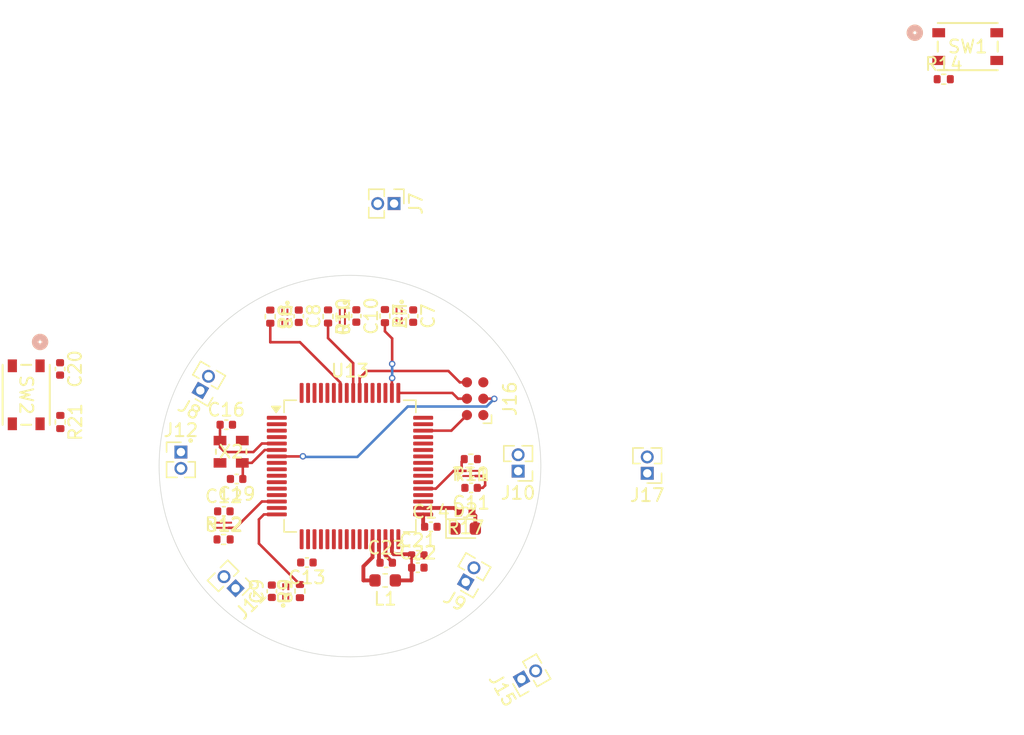
<source format=kicad_pcb>
(kicad_pcb (version 20240108) (generator "pcbnew") (generator_version "8.0")
  (layers (0 "F.Cu" signal) (1 "In1.Cu" power) (2 "In2.Cu" power) (31 "B.Cu" signal) (34 "B.Paste" user) (35 "F.Paste" user) (36 "B.SilkS" user "B.Silkscreen") (37 "F.SilkS" user "F.Silkscreen") (38 "B.Mask" user) (39 "F.Mask" user) (44 "Edge.Cuts" user))
  (net 0 "")
  (net 1 "/GND")
  (net 2 "/VDD")
  (net 3 "/RCC_OSC_IN")
  (net 4 "/RCC_OSC_OUT")
  (net 5 "/nRESET")
  (net 6 "Net-(J9-Pin_1)")
  (net 7 "Net-(D2-A)")
  (net 8 "/USART1_RX")
  (net 9 "/USART1_TX")
  (net 10 "/VLXSMPS")
  (net 11 "/TIM3_CH1")
  (net 12 "/TIM4_CH1")
  (net 13 "/TIM15_CH1")
  (net 14 "/TIM2_CH1")
  (net 15 "/TIM8_CH1")
  (net 16 "/TIM5_CH1")
  (net 17 "/BOOT0")
  (net 18 "/USER_LED")
  (net 19 "/SDA")
  (net 20 "/SCL")
  (net 21 "/SWDIO")
  (net 22 "Net-(J10-Pin_1)")
  (net 23 "Net-(J11-Pin_1)")
  (net 24 "Net-(J12-Pin_1)")
  (net 25 "Net-(J7-Pin_1)")
  (net 26 "/SWO")
  (net 27 "Net-(J8-Pin_1)")
  (net 28 "Net-(C21-Pad1)")
  (net 30 "/USB_DP")
  (net 33 "/SWCLK")
  (net 36 "/RCC_OSC32_OUT")
  (net 39 "/RCC_OSC32_IN")
  (net 44 "/USB_DN")
  (footprint "Connector_PinHeader_1.27mm:PinHeader_1x02_P1.27mm_Vertical" (layer "F.Cu") (at 172.935002 96.492915 150)
    (property "Reference" "J8" (at 0 -1.695 150) (layer "F.SilkS"))
    (property "Value" "Conn_01x02_Pin")
    (fp_line (start 1.110003 0.759998) (end 1.109998 1.965) (stroke (width 0.12)) (layer "F.SilkS"))
    (fp_line (start 0.563471 0.76) (end 1.110003 0.759998) (stroke (width 0.12)) (layer "F.SilkS"))
    (fp_line (start -1.110003 -0.759998) (end 0.000003 -0.760003) (stroke (width 0.12)) (layer "F.SilkS"))
    (fp_line (start 0.30753 1.964999) (end 1.109998 1.965) (stroke (width 0.12)) (layer "F.SilkS"))
    (fp_line (start -1.110002 0) (end -1.110003 -0.759998) (stroke (width 0.12)) (layer "F.SilkS"))
    (fp_line (start -1.109998 0.759997) (end -0.56347 0.759999) (stroke (width 0.12)) (layer "F.SilkS"))
    (fp_line (start -1.109998 0.759997) (end -1.109999 1.964999) (stroke (width 0.12)) (layer "F.SilkS"))
    (fp_line (start -1.109999 1.964999) (end -0.30753 1.965) (stroke (width 0.12)) (layer "F.SilkS"))
    (pad "1" thru_hole rect (at 0 0 150) (size 1 1) (drill 0.65) (layers "*.Cu" "*.Mask") (net 27 "Net-(J8-Pin_1)"))
    (pad "2" thru_hole oval (at 0 1.270001 150) (size 1 1) (drill 0.65) (layers "*.Cu" "*.Mask") (net 1 "/GND"))
  )
  (footprint "Resistor_SMD:R_0402_1005Metric" (layer "F.Cu") (at 193.49 105.950001 180)
    (property "Reference" "R17" (at 0 -1.17 0) (layer "F.SilkS"))
    (property "Value" "220R")
    (fp_line (start -0.153641 0.38) (end 0.153641 0.38) (stroke (width 0.12)) (layer "F.SilkS"))
    (fp_line (start -0.153641 -0.38) (end 0.153641 -0.38) (stroke (width 0.12)) (layer "F.SilkS"))
    (pad "1" smd roundrect (at -0.51 -0.000001 180) (size 0.54 0.64) (layers "F.Cu" "F.Paste" "F.Mask") (net 7 "Net-(D2-A)"))
    (pad "2" smd roundrect (at 0.51 0.000001 180) (size 0.54 0.64) (layers "F.Cu" "F.Paste" "F.Mask") (net 18 "/USER_LED"))
  )
  (footprint "Project_Work:X2SON4XP6XP6_NEX" (layer "F.Cu") (at 188.350001 90.701699 -90)
    (property "Reference" "U7" (at 0 0 -90) (layer "F.SilkS"))
    (property "Value" "74LVC1G14GX4Z")
    (fp_circle (center -1.0858 -0.2) (end -0.9842 -0.2) (stroke (width 0.1524)) (fill none) (layer "F.SilkS"))
    (pad "1" smd rect (at -0.3683 -0.2 270) (size 0.5334 0.1524) (layers "F.Cu" "F.Paste" "F.Mask") (net 6 "Net-(J9-Pin_1)"))
    (pad "2" smd rect (at -0.368301 0.199999 270) (size 0.5334 0.1524) (layers "F.Cu" "F.Paste" "F.Mask") (net 1 "/GND"))
    (pad "3" smd rect (at 0.3683 0.2 270) (size 0.5334 0.1524) (layers "F.Cu" "F.Paste" "F.Mask") (net 11 "/TIM3_CH1"))
    (pad "4" smd rect (at 0.368301 -0.199999 270) (size 0.5334 0.1524) (layers "F.Cu" "F.Paste" "F.Mask") (net 2 "/VDD"))
  )
  (footprint "Capacitor_SMD:C_0402_1005Metric" (layer "F.Cu") (at 178.48 112.07 90)
    (property "Reference" "C9" (at 0 -1.16 90) (layer "F.SilkS"))
    (property "Value" "50pF")
    (fp_line (start -0.107834 -0.359996) (end 0.107838 -0.36) (stroke (width 0.12)) (layer "F.SilkS"))
    (fp_line (start -0.107838 0.36) (end 0.107834 0.359996) (stroke (width 0.12)) (layer "F.SilkS"))
    (pad "1" smd roundrect (at -0.48 0 90) (size 0.56 0.62) (layers "F.Cu" "F.Paste" "F.Mask") (net 23 "Net-(J11-Pin_1)"))
    (pad "2" smd roundrect (at 0.48 0 90) (size 0.56 0.62) (layers "F.Cu" "F.Paste" "F.Mask") (net 1 "/GND"))
  )
  (footprint "Project_Work:X2SON4XP6XP6_NEX" (layer "F.Cu") (at 174.759997 106.950006)
    (property "Reference" "U12" (at 0 0 0) (layer "F.SilkS"))
    (property "Value" "74LVC1G14GX4Z")
    (fp_circle (center -1.0858 -0.2) (end -0.9842 -0.2) (stroke (width 0.1524)) (fill none) (layer "F.SilkS"))
    (pad "1" smd rect (at -0.3683 -0.2) (size 0.5334 0.1524) (layers "F.Cu" "F.Paste" "F.Mask") (net 27 "Net-(J8-Pin_1)"))
    (pad "2" smd rect (at -0.368301 0.199999) (size 0.5334 0.1524) (layers "F.Cu" "F.Paste" "F.Mask") (net 1 "/GND"))
    (pad "3" smd rect (at 0.3683 0.2) (size 0.5334 0.1524) (layers "F.Cu" "F.Paste" "F.Mask") (net 16 "/TIM5_CH1"))
    (pad "4" smd rect (at 0.368301 -0.199999) (size 0.5334 0.1524) (layers "F.Cu" "F.Paste" "F.Mask") (net 2 "/VDD"))
  )
  (footprint "Inductor_SMD:L_0603_1608Metric" (layer "F.Cu") (at 187.27 111.23 180)
    (property "Reference" "L1" (at 0 -1.429998 0) (layer "F.SilkS"))
    (property "Value" "2.2uH")
    (fp_line (start -0.162777 -0.51) (end 0.162779 -0.509999) (stroke (width 0.12)) (layer "F.SilkS"))
    (fp_line (start -0.162779 0.509999) (end 0.162777 0.51) (stroke (width 0.12)) (layer "F.SilkS"))
    (pad "1" smd roundrect (at -0.787502 -0.000001 180) (size 0.875 0.95) (layers "F.Cu" "F.Paste" "F.Mask") (net 28 "Net-(C21-Pad1)"))
    (pad "2" smd roundrect (at 0.787502 0.000001 180) (size 0.875 0.95) (layers "F.Cu" "F.Paste" "F.Mask") (net 10 "/VLXSMPS"))
  )
  (footprint "Connector_PinHeader_1.27mm:PinHeader_1x02_P1.27mm_Vertical" (layer "F.Cu") (at 175.66962 111.83962 -135)
    (property "Reference" "J11" (at 0 -1.695 45) (layer "F.SilkS"))
    (property "Value" "Conn_01x02_Pin")
    (fp_line (start 0.307531 1.965) (end 1.109999 1.965) (stroke (width 0.12)) (layer "F.SilkS"))
    (fp_line (start 1.110001 0.759998) (end 1.109999 1.965) (stroke (width 0.12)) (layer "F.SilkS"))
    (fp_line (start 0.563471 0.76) (end 1.110001 0.759998) (stroke (width 0.12)) (layer "F.SilkS"))
    (fp_line (start -1.109999 1.964999) (end -0.307531 1.965) (stroke (width 0.12)) (layer "F.SilkS"))
    (fp_line (start -1.109999 0.759999) (end -1.109999 1.964999) (stroke (width 0.12)) (layer "F.SilkS"))
    (fp_line (start -1.109999 0.759999) (end -0.56347 0.759999) (stroke (width 0.12)) (layer "F.SilkS"))
    (fp_line (start -1.110001 0) (end -1.110001 -0.759998) (stroke (width 0.12)) (layer "F.SilkS"))
    (fp_line (start -1.110001 -0.759998) (end 0.000001 -0.760002) (stroke (width 0.12)) (layer "F.SilkS"))
    (pad "1" thru_hole rect (at 0 0 225) (size 1 1) (drill 0.65) (layers "*.Cu" "*.Mask") (net 23 "Net-(J11-Pin_1)"))
    (pad "2" thru_hole oval (at 0 1.270001 225) (size 1 1) (drill 0.65) (layers "*.Cu" "*.Mask") (net 1 "/GND"))
  )
  (footprint "Resistor_SMD:R_0402_1005Metric" (layer "F.Cu") (at 187.25 90.721699 -90)
    (property "Reference" "R7" (at 0 -1.17 90) (layer "F.SilkS"))
    (property "Value" "200K")
    (fp_line (start -0.153639 0.379998) (end 0.153639 0.379998) (stroke (width 0.12)) (layer "F.SilkS"))
    (fp_line (start -0.153639 -0.379998) (end 0.153639 -0.379998) (stroke (width 0.12)) (layer "F.SilkS"))
    (pad "1" smd roundrect (at -0.51 -0.000001 270) (size 0.54 0.64) (layers "F.Cu" "F.Paste" "F.Mask") (net 6 "Net-(J9-Pin_1)"))
    (pad "2" smd roundrect (at 0.51 0.000001 270) (size 0.54 0.64) (layers "F.Cu" "F.Paste" "F.Mask") (net 11 "/TIM3_CH1"))
  )
  (footprint "Capacitor_SMD:C_0402_1005Metric" (layer "F.Cu") (at 185.029999 90.711699 -90)
    (property "Reference" "C10" (at 0 -1.16 90) (layer "F.SilkS"))
    (property "Value" "50pF")
    (fp_line (start -0.107838 0.36) (end 0.107834 0.359996) (stroke (width 0.12)) (layer "F.SilkS"))
    (fp_line (start -0.107834 -0.359996) (end 0.107838 -0.36) (stroke (width 0.12)) (layer "F.SilkS"))
    (pad "1" smd roundrect (at -0.48 0 270) (size 0.56 0.62) (layers "F.Cu" "F.Paste" "F.Mask") (net 24 "Net-(J12-Pin_1)"))
    (pad "2" smd roundrect (at 0.48 0 270) (size 0.56 0.62) (layers "F.Cu" "F.Paste" "F.Mask") (net 1 "/GND"))
  )
  (footprint "Capacitor_SMD:C_0402_1005Metric" (layer "F.Cu") (at 181.2 109.84 180)
    (property "Reference" "C13" (at 0 -1.16 0) (layer "F.SilkS"))
    (property "Value" "10uF")
    (fp_line (start -0.107834 -0.359998) (end 0.107838 -0.36) (stroke (width 0.12)) (layer "F.SilkS"))
    (fp_line (start -0.107838 0.36) (end 0.107834 0.359998) (stroke (width 0.12)) (layer "F.SilkS"))
    (pad "1" smd roundrect (at -0.48 0 180) (size 0.56 0.62) (layers "F.Cu" "F.Paste" "F.Mask") (net 2 "/VDD"))
    (pad "2" smd roundrect (at 0.48 0 180) (size 0.56 0.62) (layers "F.Cu" "F.Paste" "F.Mask") (net 1 "/GND"))
  )
  (footprint "Connector_PinHeader_1.27mm:PinHeader_1x02_P1.27mm_Vertical" (layer "F.Cu") (at 193.515002 111.352914 150)
    (property "Reference" "J9" (at 0 -1.695 150) (layer "F.SilkS"))
    (property "Value" "Conn_01x02_Pin")
    (fp_line (start 1.110003 0.759998) (end 1.109998 1.965) (stroke (width 0.12)) (layer "F.SilkS"))
    (fp_line (start 0.563471 0.76) (end 1.110003 0.759998) (stroke (width 0.12)) (layer "F.SilkS"))
    (fp_line (start -1.110003 -0.759998) (end 0.000003 -0.760003) (stroke (width 0.12)) (layer "F.SilkS"))
    (fp_line (start 0.30753 1.965) (end 1.109998 1.965) (stroke (width 0.12)) (layer "F.SilkS"))
    (fp_line (start -1.110001 0) (end -1.110003 -0.759998) (stroke (width 0.12)) (layer "F.SilkS"))
    (fp_line (start -1.109998 0.759997) (end -0.563471 0.76) (stroke (width 0.12)) (layer "F.SilkS"))
    (fp_line (start -1.109998 0.759997) (end -1.109999 1.964999) (stroke (width 0.12)) (layer "F.SilkS"))
    (fp_line (start -1.109999 1.964999) (end -0.30753 1.965) (stroke (width 0.12)) (layer "F.SilkS"))
    (pad "1" thru_hole rect (at 0 0 150) (size 1 1) (drill 0.65) (layers "*.Cu" "*.Mask") (net 6 "Net-(J9-Pin_1)"))
    (pad "2" thru_hole oval (at 0 1.270001 150) (size 1 1) (drill 0.65) (layers "*.Cu" "*.Mask") (net 1 "/GND"))
  )
  (footprint "Connector:Tag-Connect_TC2030-IDC-NL_2x03_P1.27mm_Vertical" (layer "F.Cu") (at 194.245 97.13 90)
    (property "Reference" "J16" (at -0.000002 2.699999 90) (layer "F.SilkS"))
    (property "Value" "SWD_TagConnect")
    (fp_line (start -1.27 1.269999) (end -1.905001 1.269999) (stroke (width 0.12)) (layer "F.SilkS"))
    (fp_line (start -1.905001 1.269999) (end -1.904998 0.634998) (stroke (width 0.12)) (layer "F.SilkS"))
    (pad "" np_thru_hole circle (at -2.540004 -0.000003 90) (size 0.9906 0.9906) (drill 0.9906) (layers "*.Cu" "*.Mask"))
    (pad "" np_thru_hole circle (at 2.54 -1.016001 90) (size 0.9906 0.9906) (drill 0.9906) (layers "*.Cu" "*.Mask"))
    (pad "" np_thru_hole circle (at 2.540001 1.016 90) (size 0.9906 0.9906) (drill 0.9906) (layers "*.Cu" "*.Mask"))
    (pad "1" connect circle (at -1.27 0.634999 90) (size 0.7874 0.7874) (layers "F.Cu" "F.Mask") (net 2 "/VDD"))
    (pad "2" connect circle (at -1.269999 -0.634997 90) (size 0.7874 0.7874) (layers "F.Cu" "F.Mask") (net 21 "/SWDIO"))
    (pad "3" connect circle (at 0 0.635 90) (size 0.7874 0.7874) (layers "F.Cu" "F.Mask") (net 5 "/nRESET"))
    (pad "4" connect circle (at 0 -0.635 90) (size 0.7874 0.7874) (layers "F.Cu" "F.Mask") (net 33 "/SWCLK"))
    (pad "5" connect circle (at 1.269999 0.634997 90) (size 0.7874 0.7874) (layers "F.Cu" "F.Mask") (net 1 "/GND"))
    (pad "6" connect circle (at 1.27 -0.634999 90) (size 0.7874 0.7874) (layers "F.Cu" "F.Mask") (net 26 "/SWO"))
  )
  (footprint "Capacitor_SMD:C_0402_1005Metric" (layer "F.Cu") (at 193.931699 104.049998 180)
    (property "Reference" "C11" (at 0 -1.16 0) (layer "F.SilkS"))
    (property "Value" "50pF")
    (fp_line (start -0.107834 -0.359996) (end 0.107838 -0.36) (stroke (width 0.12)) (layer "F.SilkS"))
    (fp_line (start -0.107838 0.36) (end 0.107834 0.359996) (stroke (width 0.12)) (layer "F.SilkS"))
    (pad "1" smd roundrect (at -0.48 0 180) (size 0.56 0.62) (layers "F.Cu" "F.Paste" "F.Mask") (net 25 "Net-(J7-Pin_1)"))
    (pad "2" smd roundrect (at 0.48 0 180) (size 0.56 0.62) (layers "F.Cu" "F.Paste" "F.Mask") (net 1 "/GND"))
  )
  (footprint "Capacitor_SMD:C_0402_1005Metric" (layer "F.Cu") (at 189.8 109.28)
    (property "Reference" "C21" (at 0 -1.16 0) (layer "F.SilkS"))
    (property "Value" "2.2uF")
    (fp_line (start -0.107836 -0.36) (end 0.107836 -0.36) (stroke (width 0.12)) (layer "F.SilkS"))
    (fp_line (start -0.107836 0.36) (end 0.107836 0.36) (stroke (width 0.12)) (layer "F.SilkS"))
    (pad "1" smd roundrect (at -0.48 0) (size 0.56 0.62) (layers "F.Cu" "F.Paste" "F.Mask") (net 28 "Net-(C21-Pad1)"))
    (pad "2" smd roundrect (at 0.48 0) (size 0.56 0.62) (layers "F.Cu" "F.Paste" "F.Mask") (net 1 "/GND"))
  )
  (footprint "Resistor_SMD:R_0402_1005Metric" (layer "F.Cu") (at 178.359999 90.761699 -90)
    (property "Reference" "R8" (at 0 -1.17 90) (layer "F.SilkS"))
    (property "Value" "200K")
    (fp_line (start -0.15364 0.38) (end 0.153641 0.379999) (stroke (width 0.12)) (layer "F.SilkS"))
    (fp_line (start -0.153641 -0.379999) (end 0.15364 -0.38) (stroke (width 0.12)) (layer "F.SilkS"))
    (pad "1" smd roundrect (at -0.51 -0.000001 270) (size 0.54 0.64) (layers "F.Cu" "F.Paste" "F.Mask") (net 22 "Net-(J10-Pin_1)"))
    (pad "2" smd roundrect (at 0.51 0.000001 270) (size 0.54 0.64) (layers "F.Cu" "F.Paste" "F.Mask") (net 12 "/TIM4_CH1"))
  )
  (footprint "Connector_PinHeader_1.27mm:PinHeader_1x02_P1.27mm_Vertical" (layer "F.Cu") (at 207.59 102.92 180)
    (property "Reference" "J17" (at 0 -1.695 0) (layer "F.SilkS"))
    (property "Value" "Conn_01x02_Pin")
    (fp_line (start 1.11 0.759998) (end 1.11 1.965001) (stroke (width 0.12)) (layer "F.SilkS"))
    (fp_line (start 0.563471 0.76) (end 1.11 0.759998) (stroke (width 0.12)) (layer "F.SilkS"))
    (fp_line (start 0.30753 1.965) (end 1.11 1.965001) (stroke (width 0.12)) (layer "F.SilkS"))
    (fp_line (start -1.109999 0.759999) (end -0.56347 0.76) (stroke (width 0.12)) (layer "F.SilkS"))
    (fp_line (start -1.109999 0.759999) (end -1.11 1.965001) (stroke (width 0.12)) (layer "F.SilkS"))
    (fp_line (start -1.109999 0) (end -1.11 -0.759998) (stroke (width 0.12)) (layer "F.SilkS"))
    (fp_line (start -1.11 1.965001) (end -0.30753 1.965) (stroke (width 0.12)) (layer "F.SilkS"))
    (fp_line (start -1.11 -0.759998) (end 0.000001 -0.76) (stroke (width 0.12)) (layer "F.SilkS"))
    (pad "1" thru_hole rect (at 0 0 180) (size 1 1) (drill 0.65) (layers "*.Cu" "*.Mask") (net 9 "/USART1_TX"))
    (pad "2" thru_hole oval (at 0.000001 1.269999 180) (size 1 1) (drill 0.65) (layers "*.Cu" "*.Mask") (net 8 "/USART1_RX"))
  )
  (footprint "Capacitor_SMD:C_0402_1005Metric" (layer "F.Cu") (at 174.76 105.87)
    (property "Reference" "C12" (at 0 -1.16 0) (layer "F.SilkS"))
    (property "Value" "50pF")
    (fp_line (start -0.107838 0.36) (end 0.107834 0.359996) (stroke (width 0.12)) (layer "F.SilkS"))
    (fp_line (start -0.107834 -0.359996) (end 0.107838 -0.36) (stroke (width 0.12)) (layer "F.SilkS"))
    (pad "1" smd roundrect (at -0.48 0) (size 0.56 0.62) (layers "F.Cu" "F.Paste" "F.Mask") (net 27 "Net-(J8-Pin_1)"))
    (pad "2" smd roundrect (at 0.48 0) (size 0.56 0.62) (layers "F.Cu" "F.Paste" "F.Mask") (net 1 "/GND"))
  )
  (footprint "Connector_PinHeader_1.27mm:PinHeader_1x02_P1.27mm_Vertical" (layer "F.Cu") (at 171.43 101.269999)
    (property "Reference" "J12" (at 0 -1.695 0) (layer "F.SilkS"))
    (property "Value" "Conn_01x02_Pin")
    (fp_line (start -1.11 -0.76) (end 0.000001 -0.76) (stroke (width 0.12)) (layer "F.SilkS"))
    (fp_line (start -1.11 0) (end -1.11 -0.76) (stroke (width 0.12)) (layer "F.SilkS"))
    (fp_line (start -1.11 0.76) (end -1.11 1.965) (stroke (width 0.12)) (layer "F.SilkS"))
    (fp_line (start -1.11 0.76) (end -0.56347 0.76) (stroke (width 0.12)) (layer "F.SilkS"))
    (fp_line (start -1.11 1.965) (end -0.30753 1.965) (stroke (width 0.12)) (layer "F.SilkS"))
    (fp_line (start 0.30753 1.964999) (end 1.11 1.965001) (stroke (width 0.12)) (layer "F.SilkS"))
    (fp_line (start 0.563471 0.76) (end 1.11 0.76) (stroke (width 0.12)) (layer "F.SilkS"))
    (fp_line (start 1.11 0.76) (end 1.11 1.965001) (stroke (width 0.12)) (layer "F.SilkS"))
    (pad "1" thru_hole rect (at 0 0) (size 1 1) (drill 0.65) (layers "*.Cu" "*.Mask") (net 24 "Net-(J12-Pin_1)"))
    (pad "2" thru_hole oval (at 0 1.270001) (size 1 1) (drill 0.65) (layers "*.Cu" "*.Mask") (net 1 "/GND"))
  )
  (footprint "Resistor_SMD:R_0402_1005Metric" (layer "F.Cu") (at 193.911701 101.819996 180)
    (property "Reference" "R11" (at 0 -1.17 0) (layer "F.SilkS"))
    (property "Value" "200K")
    (fp_line (start -0.153639 0.379999) (end 0.15364 0.379998) (stroke (width 0.12)) (layer "F.SilkS"))
    (fp_line (start -0.15364 -0.379998) (end 0.153639 -0.379999) (stroke (width 0.12)) (layer "F.SilkS"))
    (pad "1" smd roundrect (at -0.51 -0.000001 180) (size 0.54 0.64) (layers "F.Cu" "F.Paste" "F.Mask") (net 25 "Net-(J7-Pin_1)"))
    (pad "2" smd roundrect (at 0.51 0.000001 180) (size 0.54 0.64) (layers "F.Cu" "F.Paste" "F.Mask") (net 15 "/TIM8_CH1"))
  )
  (footprint "LED_SMD:LED_0603_1608Metric" (layer "F.Cu") (at 193.4725 107.210001)
    (property "Reference" "D2" (at 0 -1.43 0) (layer "F.SilkS"))
    (property "Value" "RED")
    (fp_line (start -1.485 -0.735) (end -1.485 0.735) (stroke (width 0.12)) (layer "F.SilkS"))
    (fp_line (start -1.485 0.735) (end 0.8 0.735) (stroke (width 0.12)) (layer "F.SilkS"))
    (fp_line (start 0.8 -0.735) (end -1.485 -0.735) (stroke (width 0.12)) (layer "F.SilkS"))
    (pad "1" smd roundrect (at -0.7875 0) (size 0.875 0.95) (layers "F.Cu" "F.Paste" "F.Mask") (net 1 "/GND"))
    (pad "2" smd roundrect (at 0.7875 0) (size 0.875 0.95) (layers "F.Cu" "F.Paste" "F.Mask") (net 7 "Net-(D2-A)"))
  )
  (footprint "Project_Work:X2SON4XP6XP6_NEX" (layer "F.Cu") (at 183.949998 90.763395 -90)
    (property "Reference" "U10" (at 0 0 -90) (layer "F.SilkS"))
    (property "Value" "74LVC1G14GX4Z")
    (fp_circle (center -1.0858 -0.2) (end -0.9842 -0.2) (stroke (width 0.1524)) (fill none) (layer "F.SilkS"))
    (pad "1" smd rect (at -0.3683 -0.2 270) (size 0.5334 0.1524) (layers "F.Cu" "F.Paste" "F.Mask") (net 24 "Net-(J12-Pin_1)"))
    (pad "2" smd rect (at -0.368301 0.199999 270) (size 0.5334 0.1524) (layers "F.Cu" "F.Paste" "F.Mask") (net 1 "/GND"))
    (pad "3" smd rect (at 0.3683 0.2 270) (size 0.5334 0.1524) (layers "F.Cu" "F.Paste" "F.Mask") (net 14 "/TIM2_CH1"))
    (pad "4" smd rect (at 0.368301 -0.199999 270) (size 0.5334 0.1524) (layers "F.Cu" "F.Paste" "F.Mask") (net 2 "/VDD"))
  )
  (footprint "Project_Work:X2SON4XP6XP6_NEX" (layer "F.Cu") (at 179.489998 90.781692 -90)
    (property "Reference" "U8" (at 0 0 -90) (layer "F.SilkS"))
    (property "Value" "74LVC1G14GX4Z")
    (fp_circle (center -1.0858 -0.2) (end -0.9842 -0.2) (stroke (width 0.1524)) (fill none) (layer "F.SilkS"))
    (pad "1" smd rect (at -0.3683 -0.2 270) (size 0.5334 0.1524) (layers "F.Cu" "F.Paste" "F.Mask") (net 22 "Net-(J10-Pin_1)"))
    (pad "2" smd rect (at -0.368301 0.199999 270) (size 0.5334 0.1524) (layers "F.Cu" "F.Paste" "F.Mask") (net 1 "/GND"))
    (pad "3" smd rect (at 0.3683 0.2 270) (size 0.5334 0.1524) (layers "F.Cu" "F.Paste" "F.Mask") (net 12 "/TIM4_CH1"))
    (pad "4" smd rect (at 0.368301 -0.199999 270) (size 0.5334 0.1524) (layers "F.Cu" "F.Paste" "F.Mask") (net 2 "/VDD"))
  )
  (footprint "Resistor_SMD:R_0402_1005Metric" (layer "F.Cu") (at 162.08 98.94 -90)
    (property "Reference" "R21" (at 0 -1.17 90) (layer "F.SilkS"))
    (property "Value" "4.7K")
    (fp_line (start -0.153641 0.379999) (end 0.15364 0.38) (stroke (width 0.12)) (layer "F.SilkS"))
    (fp_line (start -0.15364 -0.38) (end 0.153641 -0.379999) (stroke (width 0.12)) (layer "F.SilkS"))
    (pad "1" smd roundrect (at -0.51 -0.000001 270) (size 0.54 0.64) (layers "F.Cu" "F.Paste" "F.Mask") (net 2 "/VDD"))
    (pad "2" smd roundrect (at 0.51 0.000001 270) (size 0.54 0.64) (layers "F.Cu" "F.Paste" "F.Mask") (net 5 "/nRESET"))
  )
  (footprint "Connector_PinHeader_1.27mm:PinHeader_1x02_P1.27mm_Vertical" (layer "F.Cu") (at 197.580002 102.749999 180)
    (property "Reference" "J10" (at 0 -1.695 360) (layer "F.SilkS"))
    (property "Value" "Conn_01x02_Pin")
    (fp_line (start 1.110001 0.759998) (end 1.109999 1.965001) (stroke (width 0.12)) (layer "F.SilkS"))
    (fp_line (start 0.563471 0.76) (end 1.110001 0.759998) (stroke (width 0.12)) (layer "F.SilkS"))
    (fp_line (start 0.30753 1.965) (end 1.109999 1.965001) (stroke (width 0.12)) (layer "F.SilkS"))
    (fp_line (start -1.109998 0.759999) (end -0.563471 0.759999) (stroke (width 0.12)) (layer "F.SilkS"))
    (fp_line (start -1.109998 0.759999) (end -1.11 1.965001) (stroke (width 0.12)) (layer "F.SilkS"))
    (fp_line (start -1.109999 0) (end -1.110001 -0.759998) (stroke (width 0.12)) (layer "F.SilkS"))
    (fp_line (start -1.11 1.965001) (end -0.30753 1.965) (stroke (width 0.12)) (layer "F.SilkS"))
    (fp_line (start -1.110001 -0.759998) (end 0.000001 -0.760001) (stroke (width 0.12)) (layer "F.SilkS"))
    (pad "1" thru_hole rect (at 0 0 180) (size 1 1) (drill 0.65) (layers "*.Cu" "*.Mask") (net 22 "Net-(J10-Pin_1)"))
    (pad "2" thru_hole oval (at 0.000002 1.269999 180) (size 1 1) (drill 0.65) (layers "*.Cu" "*.Mask") (net 1 "/GND"))
  )
  (footprint "Capacitor_SMD:C_0402_1005Metric" (layer "F.Cu") (at 162.059999 94.82 -90)
    (property "Reference" "C20" (at 0 -1.16 90) (layer "F.SilkS"))
    (property "Value" "100nF")
    (fp_line (start -0.107838 0.36) (end 0.107834 0.359996) (stroke (width 0.12)) (layer "F.SilkS"))
    (fp_line (start -0.107834 -0.359996) (end 0.107838 -0.36) (stroke (width 0.12)) (layer "F.SilkS"))
    (pad "1" smd roundrect (at -0.48 0 270) (size 0.56 0.62) (layers "F.Cu" "F.Paste" "F.Mask") (net 5 "/nRESET"))
    (pad "2" smd roundrect (at 0.48 0 270) (size 0.56 0.62) (layers "F.Cu" "F.Paste" "F.Mask") (net 1 "/GND"))
  )
  (footprint "Resistor_SMD:R_0402_1005Metric" (layer "F.Cu") (at 182.839998 90.751693 -90)
    (property "Reference" "R10" (at 0 -1.17 90) (layer "F.SilkS"))
    (property "Value" "200K")
    (fp_line (start -0.153639 0.379998) (end 0.153639 0.379998) (stroke (width 0.12)) (layer "F.SilkS"))
    (fp_line (start -0.153639 -0.379998) (end 0.153639 -0.379998) (stroke (width 0.12)) (layer "F.SilkS"))
    (pad "1" smd roundrect (at -0.51 -0.000001 270) (size 0.54 0.64) (layers "F.Cu" "F.Paste" "F.Mask") (net 24 "Net-(J12-Pin_1)"))
    (pad "2" smd roundrect (at 0.51 0.000001 270) (size 0.54 0.64) (layers "F.Cu" "F.Paste" "F.Mask") (net 14 "/TIM2_CH1"))
  )
  (footprint "Resistor_SMD:R_0402_1005Metric" (layer "F.Cu") (at 230.580002 72.340002)
    (property "Reference" "R14" (at 0 -1.17 0) (layer "F.SilkS"))
    (property "Value" "10K")
    (fp_line (start -0.153641 -0.38) (end 0.153641 -0.38) (stroke (width 0.12)) (layer "F.SilkS"))
    (fp_line (start -0.153641 0.38) (end 0.153641 0.38) (stroke (width 0.12)) (layer "F.SilkS"))
    (pad "1" smd roundrect (at -0.51 0) (size 0.54 0.64) (layers "F.Cu" "F.Paste" "F.Mask") (net 1 "/GND"))
    (pad "2" smd roundrect (at 0.51 0) (size 0.54 0.64) (layers "F.Cu" "F.Paste" "F.Mask") (net 17 "/BOOT0"))
  )
  (footprint "Project_Work:SW4_PTS815 SJM 250 SMTR LFS_CNK" (layer "F.Cu") (at 159.434999 96.829999 -90)
    (property "Reference" "SW2" (at 0 0 -90) (layer "F.SilkS"))
    (property "Value" "SW_MEC_5E")
    (fp_circle (center -4.102098 -1.075001) (end -3.721097 -1.074999) (stroke (width 0.508)) (fill none) (layer "B.SilkS"))
    (fp_line (start -2.3241 1.8288) (end 2.324099 1.828803) (stroke (width 0.1524)) (layer "F.SilkS"))
    (fp_line (start 2.324099 0.386662) (end 2.324098 -0.386658) (stroke (width 0.1524)) (layer "F.SilkS"))
    (fp_line (start -2.324099 -0.386662) (end -2.324098 0.386658) (stroke (width 0.1524)) (layer "F.SilkS"))
    (fp_line (start 2.3241 -1.8288) (end -2.324099 -1.828803) (stroke (width 0.1524)) (layer "F.SilkS"))
    (fp_circle (center -4.102098 -1.075001) (end -3.721097 -1.074999) (stroke (width 0.508)) (fill none) (layer "F.SilkS"))
    (pad "1" smd rect (at -2.250001 -1.074999 270) (size 0.9906 0.7112) (layers "F.Cu" "F.Paste" "F.Mask") (net 1 "/GND"))
    (pad "2" smd rect (at 2.250002 -1.074999 270) (size 0.9906 0.7112) (layers "F.Cu" "F.Paste" "F.Mask") (net 1 "/GND"))
    (pad "3" smd rect (at -2.250002 1.074999 270) (size 0.9906 0.7112) (layers "F.Cu" "F.Paste" "F.Mask") (net 5 "/nRESET"))
    (pad "4" smd rect (at 2.250001 1.074999 270) (size 0.9906 0.7112) (layers "F.Cu" "F.Paste" "F.Mask") (net 5 "/nRESET"))
  )
  (footprint "Capacitor_SMD:C_0402_1005Metric" (layer "F.Cu") (at 189.439999 90.721699 -90)
    (property "Reference" "C7" (at 0 -1.16 90) (layer "F.SilkS"))
    (property "Value" "50pF")
    (fp_line (start -0.107838 0.36) (end 0.107833 0.359997) (stroke (width 0.12)) (layer "F.SilkS"))
    (fp_line (start -0.107833 -0.359997) (end 0.107838 -0.36) (stroke (width 0.12)) (layer "F.SilkS"))
    (pad "1" smd roundrect (at -0.48 0 270) (size 0.56 0.62) (layers "F.Cu" "F.Paste" "F.Mask") (net 6 "Net-(J9-Pin_1)"))
    (pad "2" smd roundrect (at 0.48 0 270) (size 0.56 0.62) (layers "F.Cu" "F.Paste" "F.Mask") (net 1 "/GND"))
  )
  (footprint "Resistor_SMD:R_0402_1005Metric" (layer "F.Cu") (at 180.66 112.060003 90)
    (property "Reference" "R9" (at 0 -1.17 90) (layer "F.SilkS"))
    (property "Value" "200K")
    (fp_line (start -0.15364 -0.38) (end 0.153641 -0.379999) (stroke (width 0.12)) (layer "F.SilkS"))
    (fp_line (start -0.153641 0.379999) (end 0.15364 0.38) (stroke (width 0.12)) (layer "F.SilkS"))
    (pad "1" smd roundrect (at -0.51 -0.000001 90) (size 0.54 0.64) (layers "F.Cu" "F.Paste" "F.Mask") (net 23 "Net-(J11-Pin_1)"))
    (pad "2" smd roundrect (at 0.51 0.000001 90) (size 0.54 0.64) (layers "F.Cu" "F.Paste" "F.Mask") (net 13 "/TIM15_CH1"))
  )
  (footprint "Resistor_SMD:R_0402_1005Metric" (layer "F.Cu") (at 174.74 108.05)
    (property "Reference" "R12" (at 0 -1.17 0) (layer "F.SilkS"))
    (property "Value" "200K")
    (fp_line (start -0.15364 0.379998) (end 0.153639 0.379999) (stroke (width 0.12)) (layer "F.SilkS"))
    (fp_line (start -0.153639 -0.379999) (end 0.15364 -0.379998) (stroke (width 0.12)) (layer "F.SilkS"))
    (pad "1" smd roundrect (at -0.51 -0.000001) (size 0.54 0.64) (layers "F.Cu" "F.Paste" "F.Mask") (net 27 "Net-(J8-Pin_1)"))
    (pad "2" smd roundrect (at 0.51 0.000001) (size 0.54 0.64) (layers "F.Cu" "F.Paste" "F.Mask") (net 16 "/TIM5_CH1"))
  )
  (footprint "Capacitor_SMD:C_0402_1005Metric" (layer "F.Cu") (at 187.35 109.86)
    (property "Reference" "C23" (at 0 -1.16 0) (layer "F.SilkS"))
    (property "Value" "10uF")
    (fp_line (start -0.107836 -0.36) (end 0.107836 -0.36) (stroke (width 0.12)) (layer "F.SilkS"))
    (fp_line (start -0.107836 0.36) (end 0.107836 0.36) (stroke (width 0.12)) (layer "F.SilkS"))
    (pad "1" smd roundrect (at -0.48 0) (size 0.56 0.62) (layers "F.Cu" "F.Paste" "F.Mask") (net 2 "/VDD"))
    (pad "2" smd roundrect (at 0.48 0) (size 0.56 0.62) (layers "F.Cu" "F.Paste" "F.Mask") (net 1 "/GND"))
  )
  (footprint "Project_Work:X2SON4XP6XP6_NEX" (layer "F.Cu") (at 179.560003 112.090003 90)
    (property "Reference" "U9" (at 0 0 90) (layer "F.SilkS"))
    (property "Value" "74LVC1G14GX4Z")
    (fp_circle (center -1.0858 -0.2) (end -0.9842 -0.2) (stroke (width 0.1524)) (fill none) (layer "F.SilkS"))
    (pad "1" smd rect (at -0.3683 -0.2 90) (size 0.5334 0.1524) (layers "F.Cu" "F.Paste" "F.Mask") (net 23 "Net-(J11-Pin_1)"))
    (pad "2" smd rect (at -0.368301 0.199999 90) (size 0.5334 0.1524) (layers "F.Cu" "F.Paste" "F.Mask") (net 1 "/GND"))
    (pad "3" smd rect (at 0.3683 0.2 90) (size 0.5334 0.1524) (layers "F.Cu" "F.Paste" "F.Mask") (net 13 "/TIM15_CH1"))
    (pad "4" smd rect (at 0.368301 -0.199999 90) (size 0.5334 0.1524) (layers "F.Cu" "F.Paste" "F.Mask") (net 2 "/VDD"))
  )
  (footprint "Connector_PinHeader_1.27mm:PinHeader_1x02_P1.27mm_Vertical" (layer "F.Cu") (at 187.96 81.990001 -90)
    (property "Reference" "J7" (at 0 -1.695 90) (layer "F.SilkS"))
    (property "Value" "Conn_01x02_Pin")
    (fp_line (start -1.11 1.965) (end -0.30753 1.965) (stroke (width 0.12)) (layer "F.SilkS"))
    (fp_line (start 0.30753 1.964999) (end 1.11 1.965001) (stroke (width 0.12)) (layer "F.SilkS"))
    (fp_line (start -1.11 0.76) (end -1.11 1.965) (stroke (width 0.12)) (layer "F.SilkS"))
    (fp_line (start -1.11 0.76) (end -0.56347 0.76) (stroke (width 0.12)) (layer "F.SilkS"))
    (fp_line (start 0.563471 0.76) (end 1.11 0.76) (stroke (width 0.12)) (layer "F.SilkS"))
    (fp_line (start 1.11 0.76) (end 1.11 1.965001) (stroke (width 0.12)) (layer "F.SilkS"))
    (fp_line (start -1.11 0) (end -1.11 -0.76) (stroke (width 0.12)) (layer "F.SilkS"))
    (fp_line (start -1.11 -0.76) (end 0.000001 -0.76) (stroke (width 0.12)) (layer "F.SilkS"))
    (pad "1" thru_hole rect (at 0 0 270) (size 1 1) (drill 0.65) (layers "*.Cu" "*.Mask") (net 25 "Net-(J7-Pin_1)"))
    (pad "2" thru_hole oval (at 0 1.270001 270) (size 1 1) (drill 0.65) (layers "*.Cu" "*.Mask") (net 1 "/GND"))
  )
  (footprint "Project_Work:X2SON4XP6XP6_NEX" (layer "F.Cu") (at 193.8917 102.93 180)
    (property "Reference" "U11" (at 0 0 180) (layer "F.SilkS"))
    (property "Value" "74LVC1G14GX4Z")
    (fp_circle (center -1.0858 -0.2) (end -0.9842 -0.2) (stroke (width 0.1524)) (fill none) (layer "F.SilkS"))
    (pad "1" smd rect (at -0.3683 -0.2 180) (size 0.5334 0.1524) (layers "F.Cu" "F.Paste" "F.Mask") (net 25 "Net-(J7-Pin_1)"))
    (pad "2" smd rect (at -0.368301 0.199999 180) (size 0.5334 0.1524) (layers "F.Cu" "F.Paste" "F.Mask") (net 1 "/GND"))
    (pad "3" smd rect (at 0.3683 0.2 180) (size 0.5334 0.1524) (layers "F.Cu" "F.Paste" "F.Mask") (net 15 "/TIM8_CH1"))
    (pad "4" smd rect (at 0.368301 -0.199999 180) (size 0.5334 0.1524) (layers "F.Cu" "F.Paste" "F.Mask") (net 2 "/VDD"))
  )
  (footprint "Project_Work:SW4_PTS815 SJM 250 SMTR LFS_CNK" (layer "F.Cu") (at 232.440002 69.810002)
    (property "Reference" "SW1" (at 0 0 0) (layer "F.SilkS"))
    (property "Value" "SW_MEC_5E")
    (fp_circle (center -4.1021 -1.075) (end -3.7211 -1.075) (stroke (width 0.508)) (fill none) (layer "B.SilkS"))
    (fp_line (start -2.3241 -0.386659) (end -2.3241 0.386659) (stroke (width 0.1524)) (layer "F.SilkS"))
    (fp_line (start -2.3241 1.8288) (end 2.3241 1.8288) (stroke (width 0.1524)) (layer "F.SilkS"))
    (fp_line (start 2.3241 -1.8288) (end -2.3241 -1.8288) (stroke (width 0.1524)) (layer "F.SilkS"))
    (fp_line (start 2.3241 0.386659) (end 2.3241 -0.386659) (stroke (width 0.1524)) (layer "F.SilkS"))
    (fp_circle (center -4.1021 -1.075) (end -3.7211 -1.075) (stroke (width 0.508)) (fill none) (layer "F.SilkS"))
    (pad "1" smd rect (at -2.250001 -1.074999) (size 0.9906 0.7112) (layers "F.Cu" "F.Paste" "F.Mask") (net 2 "/VDD"))
    (pad "2" smd rect (at 2.250001 -1.074999) (size 0.9906 0.7112) (layers "F.Cu" "F.Paste" "F.Mask") (net 2 "/VDD"))
    (pad "3" smd rect (at -2.250001 1.074999) (size 0.9906 0.7112) (layers "F.Cu" "F.Paste" "F.Mask") (net 1 "/GND"))
    (pad "4" smd rect (at 2.250001 1.074999) (size 0.9906 0.7112) (layers "F.Cu" "F.Paste" "F.Mask") (net 1 "/GND"))
  )
  (footprint "Project_Work:ECS-25MHz_XTAL" (layer "F.Cu") (at 175.3264 101.245)
    (property "Reference" "X2" (at 0 0 0) (layer "F.SilkS"))
    (property "Value" "Crystal_GND24")
    (fp_line (start -1.1811 -0.16396) (end -1.1811 0.16396) (stroke (width 0.1524)) (layer "F.SilkS"))
    (fp_line (start 1.1811 0.16396) (end 1.1811 -0.16396) (stroke (width 0.1524)) (layer "F.SilkS"))
    (fp_circle (center -3.1397 -0.865) (end -3.0381 -0.865) (stroke (width 0.1524)) (fill none) (layer "F.SilkS"))
    (pad "1" smd rect (at -0.863601 -0.865) (size 0.9906 0.7366) (layers "F.Cu" "F.Paste" "F.Mask") (net 3 "/RCC_OSC_IN"))
    (pad "2" smd rect (at -0.8636 0.865) (size 0.9906 0.7366) (layers "F.Cu" "F.Paste" "F.Mask") (net 1 "/GND"))
    (pad "3" smd rect (at 0.863601 0.865) (size 0.9906 0.7366) (layers "F.Cu" "F.Paste" "F.Mask") (net 4 "/RCC_OSC_OUT"))
    (pad "4" smd rect (at 0.8636 -0.865) (size 0.9906 0.7366) (layers "F.Cu" "F.Paste" "F.Mask") (net 1 "/GND"))
  )
  (footprint "Capacitor_SMD:C_0402_1005Metric" (layer "F.Cu") (at 189.8 110.24)
    (property "Reference" "C22" (at 0 -1.16 0) (layer "F.SilkS"))
    (property "Value" "2.2uF")
    (fp_line (start -0.107836 -0.36) (end 0.107836 -0.36) (stroke (width 0.12)) (layer "F.SilkS"))
    (fp_line (start -0.107836 0.36) (end 0.107836 0.36) (stroke (width 0.12)) (layer "F.SilkS"))
    (pad "1" smd roundrect (at -0.48 0) (size 0.56 0.62) (layers "F.Cu" "F.Paste" "F.Mask") (net 28 "Net-(C21-Pad1)"))
    (pad "2" smd roundrect (at 0.48 0) (size 0.56 0.62) (layers "F.Cu" "F.Paste" "F.Mask") (net 1 "/GND"))
  )
  (footprint "Package_QFP:LQFP-64_10x10mm_P0.5mm" (layer "F.Cu") (at 184.54 102.36)
    (property "Reference" "U13" (at 0 -7.4 0) (layer "F.SilkS"))
    (property "Value" "STM32U545RETxQ")
    (fp_line (start -5.11 -5.11) (end -5.11 -4.16) (stroke (width 0.12)) (layer "F.SilkS"))
    (fp_line (start -5.11 5.11) (end -5.11 4.16) (stroke (width 0.12)) (layer "F.SilkS"))
    (fp_line (start -4.16 -5.11) (end -5.11 -5.11) (stroke (width 0.12)) (layer "F.SilkS"))
    (fp_line (start -4.16 5.11) (end -5.11 5.11) (stroke (width 0.12)) (layer "F.SilkS"))
    (fp_line (start 4.16 -5.11) (end 5.11 -5.11) (stroke (width 0.12)) (layer "F.SilkS"))
    (fp_line (start 4.16 5.11) (end 5.11 5.11) (stroke (width 0.12)) (layer "F.SilkS"))
    (fp_line (start 5.11 -5.11) (end 5.11 -4.16) (stroke (width 0.12)) (layer "F.SilkS"))
    (fp_line (start 5.11 5.11) (end 5.11 4.16) (stroke (width 0.12)) (layer "F.SilkS"))
    (fp_poly (pts (xy -5.725 -4.16) (xy -6.065 -4.63) (xy -5.385 -4.63) (xy -5.725 -4.16)) (stroke (width 0.12)) (fill solid) (layer "F.SilkS"))
    (pad "1" smd roundrect (at -5.675 -3.75) (size 1.55 0.3) (layers "F.Cu" "F.Paste" "F.Mask") (net 2 "/VDD"))
    (pad "2" smd roundrect (at -5.675 -3.25) (size 1.55 0.3) (layers "F.Cu" "F.Paste" "F.Mask"))
    (pad "3" smd roundrect (at -5.675 -2.75) (size 1.55 0.3) (layers "F.Cu" "F.Paste" "F.Mask") (net 39 "/RCC_OSC32_IN"))
    (pad "4" smd roundrect (at -5.675 -2.25) (size 1.55 0.3) (layers "F.Cu" "F.Paste" "F.Mask") (net 36 "/RCC_OSC32_OUT"))
    (pad "5" smd roundrect (at -5.675 -1.75) (size 1.55 0.3) (layers "F.Cu" "F.Paste" "F.Mask") (net 3 "/RCC_OSC_IN"))
    (pad "6" smd roundrect (at -5.675 -1.25) (size 1.55 0.3) (layers "F.Cu" "F.Paste" "F.Mask") (net 4 "/RCC_OSC_OUT"))
    (pad "7" smd roundrect (at -5.675 -0.75) (size 1.55 0.3) (layers "F.Cu" "F.Paste" "F.Mask") (net 5 "/nRESET"))
    (pad "8" smd roundrect (at -5.675 -0.25) (size 1.55 0.3) (layers "F.Cu" "F.Paste" "F.Mask") (net 20 "/SCL"))
    (pad "9" smd roundrect (at -5.675 0.25) (size 1.55 0.3) (layers "F.Cu" "F.Paste" "F.Mask") (net 19 "/SDA"))
    (pad "10" smd roundrect (at -5.675 0.75) (size 1.55 0.3) (layers "F.Cu" "F.Paste" "F.Mask"))
    (pad "11" smd roundrect (at -5.675 1.25) (size 1.55 0.3) (layers "F.Cu" "F.Paste" "F.Mask"))
    (pad "12" smd roundrect (at -5.675 1.75) (size 1.55 0.3) (layers "F.Cu" "F.Paste" "F.Mask") (net 1 "/GND"))
    (pad "13" smd roundrect (at -5.675 2.25) (size 1.55 0.3) (layers "F.Cu" "F.Paste" "F.Mask") (net 2 "/VDD"))
    (pad "14" smd roundrect (at -5.675 2.75) (size 1.55 0.3) (layers "F.Cu" "F.Paste" "F.Mask") (net 16 "/TIM5_CH1"))
    (pad "15" smd roundrect (at -5.675 3.25) (size 1.55 0.3) (layers "F.Cu" "F.Paste" "F.Mask"))
    (pad "16" smd roundrect (at -5.675 3.75) (size 1.55 0.3) (layers "F.Cu" "F.Paste" "F.Mask") (net 13 "/TIM15_CH1"))
    (pad "17" smd roundrect (at -3.75 5.675) (size 0.3 1.55) (layers "F.Cu" "F.Paste" "F.Mask"))
    (pad "18" smd roundrect (at -3.25 5.675) (size 0.3 1.55) (layers "F.Cu" "F.Paste" "F.Mask") (net 1 "/GND"))
    (pad "19" smd roundrect (at -2.75 5.675) (size 0.3 1.55) (layers "F.Cu" "F.Paste" "F.Mask") (net 2 "/VDD"))
    (pad "20" smd roundrect (at -2.25 5.675) (size 0.3 1.55) (layers "F.Cu" "F.Paste" "F.Mask"))
    (pad "21" smd roundrect (at -1.75 5.675) (size 0.3 1.55) (layers "F.Cu" "F.Paste" "F.Mask"))
    (pad "22" smd roundrect (at -1.25 5.675) (size 0.3 1.55) (layers "F.Cu" "F.Paste" "F.Mask"))
    (pad "23" smd roundrect (at -0.75 5.675) (size 0.3 1.55) (layers "F.Cu" "F.Paste" "F.Mask"))
    (pad "24" smd roundrect (at -0.25 5.675) (size 0.3 1.55) (layers "F.Cu" "F.Paste" "F.Mask"))
    (pad "25" smd roundrect (at 0.25 5.675) (size 0.3 1.55) (layers "F.Cu" "F.Paste" "F.Mask"))
    (pad "26" smd roundrect (at 0.75 5.675) (size 0.3 1.55) (layers "F.Cu" "F.Paste" "F.Mask"))
    (pad "27" smd roundrect (at 1.25 5.675) (size 0.3 1.55) (layers "F.Cu" "F.Paste" "F.Mask"))
    (pad "28" smd roundrect (at 1.75 5.675) (size 0.3 1.55) (layers "F.Cu" "F.Paste" "F.Mask") (net 10 "/VLXSMPS"))
    (pad "29" smd roundrect (at 2.25 5.675) (size 0.3 1.55) (layers "F.Cu" "F.Paste" "F.Mask") (net 2 "/VDD"))
    (pad "30" smd roundrect (at 2.75 5.675) (size 0.3 1.55) (layers "F.Cu" "F.Paste" "F.Mask") (net 1 "/GND"))
    (pad "31" smd roundrect (at 3.25 5.675) (size 0.3 1.55) (layers "F.Cu" "F.Paste" "F.Mask") (net 28 "Net-(C21-Pad1)"))
    (pad "32" smd roundrect (at 3.75 5.675) (size 0.3 1.55) (layers "F.Cu" "F.Paste" "F.Mask") (net 1 "/GND"))
    (pad "33" smd roundrect (at 5.675 3.75) (size 1.55 0.3) (layers "F.Cu" "F.Paste" "F.Mask") (net 2 "/VDD"))
    (pad "34" smd roundrect (at 5.675 3.25) (size 1.55 0.3) (layers "F.Cu" "F.Paste" "F.Mask") (net 18 "/USER_LED"))
    (pad "35" smd roundrect (at 5.675 2.75) (size 1.55 0.3) (layers "F.Cu" "F.Paste" "F.Mask"))
    (pad "36" smd roundrect (at 5.675 2.25) (size 1.55 0.3) (layers "F.Cu" "F.Paste" "F.Mask"))
    (pad "37" smd roundrect (at 5.675 1.75) (size 1.55 0.3) (layers "F.Cu" "F.Paste" "F.Mask") (net 15 "/TIM8_CH1"))
    (pad "38" smd roundrect (at 5.675 1.25) (size 1.55 0.3) (layers "F.Cu" "F.Paste" "F.Mask"))
    (pad "39" smd roundrect (at 5.675 0.75) (size 1.55 0.3) (layers "F.Cu" "F.Paste" "F.Mask"))
    (pad "40" smd roundrect (at 5.675 0.25) (size 1.55 0.3) (layers "F.Cu" "F.Paste" "F.Mask"))
    (pad "41" smd roundrect (at 5.675 -0.25) (size 1.55 0.3) (layers "F.Cu" "F.Paste" "F.Mask"))
    (pad "42" smd roundrect (at 5.675 -0.75) (size 1.55 0.3) (layers "F.Cu" "F.Paste" "F.Mask") (net 9 "/USART1_TX"))
    (pad "43" smd roundrect (at 5.675 -1.25) (size 1.55 0.3) (layers "F.Cu" "F.Paste" "F.Mask") (net 8 "/USART1_RX"))
    (pad "44" smd roundrect (at 5.675 -1.75) (size 1.55 0.3) (layers "F.Cu" "F.Paste" "F.Mask") (net 44 "/USB_DN"))
    (pad "45" smd roundrect (at 5.675 -2.25) (size 1.55 0.3) (layers "F.Cu" "F.Paste" "F.Mask") (net 30 "/USB_DP"))
    (pad "46" smd roundrect (at 5.675 -2.75) (size 1.55 0.3) (layers "F.Cu" "F.Paste" "F.Mask") (net 21 "/SWDIO"))
    (pad "47" smd roundrect (at 5.675 -3.25) (size 1.55 0.3) (layers "F.Cu" "F.Paste" "F.Mask") (net 1 "/GND"))
    (pad "48" smd roundrect (at 5.675 -3.75) (size 1.55 0.3) (layers "F.Cu" "F.Paste" "F.Mask") (net 2 "/VDD"))
    (pad "49" smd roundrect (at 3.75 -5.675) (size 0.3 1.55) (layers "F.Cu" "F.Paste" "F.Mask") (net 33 "/SWCLK"))
    (pad "50" smd roundrect (at 3.25 -5.675) (size 0.3 1.55) (layers "F.Cu" "F.Paste" "F.Mask") (net 11 "/TIM3_CH1"))
    (pad "51" smd roundrect (at 2.75 -5.675) (size 0.3 1.55) (layers "F.Cu" "F.Paste" "F.Mask"))
    (pad "52" smd roundrect (at 2.25 -5.675) (size 0.3 1.55) (layers "F.Cu" "F.Paste" "F.Mask"))
    (pad "53" smd roundrect (at 1.75 -5.675) (size 0.3 1.55) (layers "F.Cu" "F.Paste" "F.Mask"))
    (pad "54" smd roundrect (at 1.25 -5.675) (size 0.3 1.55) (layers "F.Cu" "F.Paste" "F.Mask"))
    (pad "55" smd roundrect (at 0.75 -5.675) (size 0.3 1.55) (layers "F.Cu" "F.Paste" "F.Mask") (net 26 "/SWO"))
    (pad "56" smd roundrect (at 0.25 -5.675) (size 0.3 1.55) (layers "F.Cu" "F.Paste" "F.Mask") (net 14 "/TIM2_CH1"))
    (pad "57" smd roundrect (at -0.25 -5.675) (size 0.3 1.55) (layers "F.Cu" "F.Paste" "F.Mask"))
    (pad "58" smd roundrect (at -0.75 -5.675) (size 0.3 1.55) (layers "F.Cu" "F.Paste" "F.Mask") (net 12 "/TIM4_CH1"))
    (pad "59" smd roundrect (at -1.25 -5.675) (size 0.3 1.55) (layers "F.Cu" "F.Paste" "F.Mask"))
    (pad "60" smd roundrect (at -1.75 -5.675) (size 0.3 1.55) (layers "F.Cu" "F.Paste" "F.Mask") (net 17 "/BOOT0"))
    (pad "61" smd roundrect (at -2.25 -5.675) (size 0.3 1.55) (layers "F.Cu" "F.Paste" "F.Mask"))
    (pad "62" smd roundrect (at -2.75 -5.675) (size 0.3 1.55) (layers "F.Cu" "F.Paste" "F.Mask") (net 28 "Net-(C21-Pad1)"))
    (pad "63" smd roundrect (at -3.25 -5.675) (size 0.3 1.55) (layers "F.Cu" "F.Paste" "F.Mask") (net 1 "/GND"))
    (pad "64" smd roundrect (at -3.75 -5.675) (size 0.3 1.55) (layers "F.Cu" "F.Paste" "F.Mask") (net 2 "/VDD"))
  )
  (footprint "Connector_PinHeader_1.27mm:PinHeader_1x02_P1.27mm_Vertical" (layer "F.Cu") (at 197.840147 118.885 120)
    (property "Reference" "J15" (at 0 -1.695 120) (layer "F.SilkS"))
    (property "Value" "Conn_01x02_Pin")
    (fp_line (start -1.11 -0.76) (end 0 -0.760001) (stroke (width 0.12)) (layer "F.SilkS"))
    (fp_line (start 1.11 0.76) (end 1.11 1.965) (stroke (width 0.12)) (layer "F.SilkS"))
    (fp_line (start 0.563472 0.760001) (end 1.11 0.76) (stroke (width 0.12)) (layer "F.SilkS"))
    (fp_line (start -1.110001 0) (end -1.11 -0.76) (stroke (width 0.12)) (layer "F.SilkS"))
    (fp_line (start -1.11 0.76) (end -0.563471 0.76) (stroke (width 0.12)) (layer "F.SilkS"))
    (fp_line (start -1.11 0.76) (end -1.109999 1.964999) (stroke (width 0.12)) (layer "F.SilkS"))
    (fp_line (start 0.30753 1.965) (end 1.11 1.965) (stroke (width 0.12)) (layer "F.SilkS"))
    (fp_line (start -1.109999 1.964999) (end -0.30753 1.965) (stroke (width 0.12)) (layer "F.SilkS"))
    (pad "1" thru_hole rect (at 0 0 120) (size 1 1) (drill 0.65) (layers "*.Cu" "*.Mask") (net 2 "/VDD"))
    (pad "2" thru_hole oval (at 0 1.270001 120) (size 1 1) (drill 0.65) (layers "*.Cu" "*.Mask") (net 1 "/GND"))
  )
  (footprint "Capacitor_SMD:C_0402_1005Metric" (layer "F.Cu") (at 180.570003 90.731694 -90)
    (property "Reference" "C8" (at 0 -1.16 90) (layer "F.SilkS"))
    (property "Value" "50pF")
    (fp_line (start -0.107838 0.36) (end 0.107834 0.359996) (stroke (width 0.12)) (layer "F.SilkS"))
    (fp_line (start -0.107834 -0.359996) (end 0.107838 -0.36) (stroke (width 0.12)) (layer "F.SilkS"))
    (pad "1" smd roundrect (at -0.48 0 270) (size 0.56 0.62) (layers "F.Cu" "F.Paste" "F.Mask") (net 22 "Net-(J10-Pin_1)"))
    (pad "2" smd roundrect (at 0.48 0 270) (size 0.56 0.62) (layers "F.Cu" "F.Paste" "F.Mask") (net 1 "/GND"))
  )
  (footprint "Capacitor_SMD:C_0402_1005Metric" (layer "F.Cu") (at 190.81 107.07)
    (property "Reference" "C14" (at 0 -1.16 0) (layer "F.SilkS"))
    (property "Value" "100nF")
    (fp_line (start -0.107836 -0.36) (end 0.107836 -0.36) (stroke (width 0.12)) (layer "F.SilkS"))
    (fp_line (start -0.107836 0.36) (end 0.107836 0.36) (stroke (width 0.12)) (layer "F.SilkS"))
    (pad "1" smd roundrect (at -0.48 0) (size 0.56 0.62) (layers "F.Cu" "F.Paste" "F.Mask") (net 2 "/VDD"))
    (pad "2" smd roundrect (at 0.48 0) (size 0.56 0.62) (layers "F.Cu" "F.Paste" "F.Mask") (net 1 "/GND"))
  )
  (footprint "Capacitor_SMD:C_0402_1005Metric" (layer "F.Cu") (at 175.75 103.360002 180)
    (property "Reference" "C19" (at 0 -1.16 0) (layer "F.SilkS"))
    (property "Value" "10pF")
    (fp_line (start -0.107834 -0.359996) (end 0.107838 -0.36) (stroke (width 0.12)) (layer "F.SilkS"))
    (fp_line (start -0.107838 0.36) (end 0.107834 0.359996) (stroke (width 0.12)) (layer "F.SilkS"))
    (pad "1" smd roundrect (at -0.48 0 180) (size 0.56 0.62) (layers "F.Cu" "F.Paste" "F.Mask") (net 4 "/RCC_OSC_OUT"))
    (pad "2" smd roundrect (at 0.48 0 180) (size 0.56 0.62) (layers "F.Cu" "F.Paste" "F.Mask") (net 1 "/GND"))
  )
  (footprint "Capacitor_SMD:C_0402_1005Metric" (layer "F.Cu") (at 174.95 99.15)
    (property "Reference" "C16" (at 0 -1.16 0) (layer "F.SilkS"))
    (property "Value" "10pF")
    (fp_line (start -0.107838 0.36) (end 0.107833 0.359996) (stroke (width 0.12)) (layer "F.SilkS"))
    (fp_line (start -0.107833 -0.359996) (end 0.107838 -0.36) (stroke (width 0.12)) (layer "F.SilkS"))
    (pad "1" smd roundrect (at -0.48 0) (size 0.56 0.62) (layers "F.Cu" "F.Paste" "F.Mask") (net 3 "/RCC_OSC_IN"))
    (pad "2" smd roundrect (at 0.48 0) (size 0.56 0.62) (layers "F.Cu" "F.Paste" "F.Mask") (net 1 "/GND"))
  )
  (gr_circle (center 184.54 102.36) (end 199.34 102.36) (stroke (width 0.05)) (fill none) (layer "Edge.Cuts"))
  (segment (start 187.83 109.813154) (end 187.83 109.86) (width 0.3) (layer "F.Cu") (net 1))
  (segment (start 187.29 108.035) (end 187.29 109.273154) (width 0.3) (layer "F.Cu") (net 1))
  (segment (start 187.29 109.273154) (end 187.83 109.813154) (width 0.3) (layer "F.Cu") (net 1))
  (segment (start 190.215 106.955) (end 190.33 107.07) (width 0.3) (layer "F.Cu") (net 2))
  (segment (start 186.79 108.035) (end 186.79 109.78) (width 0.3) (layer "F.Cu") (net 2))
  (segment (start 190.215 106.11) (end 190.215 106.955) (width 0.3) (layer "F.Cu") (net 2))
  (segment (start 186.79 109.78) (end 186.87 109.86) (width 0.3) (layer "F.Cu") (net 2))
  (segment (start 174.83 101.27) (end 174.462799 100.902799) (width 0.2) (layer "F.Cu") (net 3))
  (segment (start 177.71 100.61) (end 177.05 101.27) (width 0.2) (layer "F.Cu") (net 3))
  (segment (start 174.462799 100.902799) (end 174.462799 100.38) (width 0.2) (layer "F.Cu") (net 3))
  (segment (start 178.865 100.61) (end 177.71 100.61) (width 0.2) (layer "F.Cu") (net 3))
  (segment (start 174.462799 100.38) (end 174.462799 99.157201) (width 0.2) (layer "F.Cu") (net 3))
  (segment (start 177.05 101.27) (end 174.83 101.27) (width 0.2) (layer "F.Cu") (net 3))
  (segment (start 174.462799 99.157201) (end 174.47 99.15) (width 0.2) (layer "F.Cu") (net 3))
  (segment (start 176.190001 102.11) (end 176.26 102.179999) (width 0.2) (layer "F.Cu") (net 4))
  (segment (start 176.23 103.360002) (end 176.23 102.149999) (width 0.2) (layer "F.Cu") (net 4))
  (segment (start 176.190001 102.11) (end 176.93 102.11) (width 0.2) (layer "F.Cu") (net 4))
  (segment (start 176.23 102.149999) (end 176.190001 102.11) (width 0.2) (layer "F.Cu") (net 4))
  (segment (start 176.93 102.11) (end 177.93 101.11) (width 0.2) (layer "F.Cu") (net 4))
  (segment (start 177.93 101.11) (end 178.865 101.11) (width 0.2) (layer "F.Cu") (net 4))
  (segment (start 194.88 97.13) (end 195.72 97.13) (width 0.2) (layer "F.Cu") (net 5))
  (segment (start 180.88 101.61) (end 178.865 101.61) (width 0.2) (layer "F.Cu") (net 5))
  (segment (start 195.72 97.13) (end 195.73 97.14) (width 0.2) (layer "F.Cu") (net 5))
  (segment (start 180.89 101.6) (end 180.88 101.61) (width 0.2) (layer "F.Cu") (net 5))
  (via (at 180.89 101.6) (size 0.5) (drill 0.3) (layers "F.Cu" "B.Cu") (net 5))
  (via (at 195.73 97.14) (size 0.5) (drill 0.3) (layers "F.Cu" "B.Cu") (net 5))
  (segment (start 189.42 97.74) (end 189.02 97.74) (width 0.2) (layer "B.Cu") (net 5))
  (segment (start 189.02 97.74) (end 185.14 101.62) (width 0.2) (layer "B.Cu") (net 5))
  (segment (start 185.11 101.65) (end 180.94 101.65) (width 0.2) (layer "B.Cu") (net 5))
  (segment (start 195.73 97.14) (end 195.13 97.74) (width 0.2) (layer "B.Cu") (net 5))
  (segment (start 180.94 101.65) (end 180.89 101.6) (width 0.2) (layer "B.Cu") (net 5))
  (segment (start 195.13 97.74) (end 189.42 97.74) (width 0.2) (layer "B.Cu") (net 5))
  (segment (start 185.14 101.62) (end 185.11 101.65) (width 0.2) (layer "B.Cu") (net 5))
  (segment (start 194.26 106.210002) (end 194 105.950002) (width 0.3) (layer "F.Cu") (net 7))
  (segment (start 194.26 107.210001) (end 194.26 106.210002) (width 0.3) (layer "F.Cu") (net 7))
  (segment (start 185.589999 111.229999) (end 186.482498 111.229999) (width 0.3) (layer "F.Cu") (net 10))
  (segment (start 185.58 110.143154) (end 185.58 111.22) (width 0.3) (layer "F.Cu") (net 10))
  (segment (start 186.29 111.037501) (end 186.482498 111.229999) (width 0.2) (layer "F.Cu") (net 10))
  (segment (start 186.29 108.035) (end 186.29 109.433154) (width 0.3) (layer "F.Cu") (net 10))
  (segment (start 185.58 111.22) (end 185.589999 111.229999) (width 0.3) (layer "F.Cu") (net 10))
  (segment (start 186.29 109.433154) (end 185.58 110.143154) (width 0.3) (layer "F.Cu") (net 10))
  (segment (start 187.79 95.55) (end 187.81 95.53) (width 0.2) (layer "F.Cu") (net 11))
  (segment (start 187.81 92.46) (end 187.249999 91.899999) (width 0.2) (layer "F.Cu") (net 11))
  (segment (start 187.81 94.43) (end 187.81 92.46) (width 0.2) (layer "F.Cu") (net 11))
  (segment (start 187.79 96.685) (end 187.79 95.55) (width 0.2) (layer "F.Cu") (net 11))
  (segment (start 187.249999 91.899999) (end 187.249999 91.231699) (width 0.2) (layer "F.Cu") (net 11))
  (via (at 187.81 94.43) (size 0.5) (drill 0.3) (layers "F.Cu" "B.Cu") (net 11))
  (via (at 187.81 95.53) (size 0.5) (drill 0.3) (layers "F.Cu" "B.Cu") (net 11))
  (segment (start 187.81 95.53) (end 187.81 94.43) (width 0.2) (layer "B.Cu") (net 11))
  (segment (start 180.662412 92.750002) (end 178.359998 92.750002) (width 0.2) (layer "F.Cu") (net 12))
  (segment (start 183.79 95.87759) (end 180.662412 92.750002) (width 0.2) (layer "F.Cu") (net 12))
  (segment (start 178.359998 92.750002) (end 178.359998 91.271699) (width 0.2) (layer "F.Cu") (net 12))
  (segment (start 183.79 96.685) (end 183.79 95.87759) (width 0.2) (layer "F.Cu") (net 12))
  (segment (start 177.48 106.5) (end 177.87 106.11) (width 0.2) (layer "F.Cu") (net 13))
  (segment (start 177.48 108.370002) (end 177.48 106.5) (width 0.2) (layer "F.Cu") (net 13))
  (segment (start 180.660001 111.550003) (end 177.48 108.370002) (width 0.2) (layer "F.Cu") (net 13))
  (segment (start 177.87 106.11) (end 178.865 106.11) (width 0.2) (layer "F.Cu") (net 13))
  (segment (start 182.839997 92.429997) (end 182.839997 91.261693) (width 0.2) (layer "F.Cu") (net 14))
  (segment (start 184.79 96.685) (end 184.79 94.38) (width 0.2) (layer "F.Cu") (net 14))
  (segment (start 184.79 94.38) (end 182.839997 92.429997) (width 0.2) (layer "F.Cu") (net 14))
  (segment (start 192.58 102.73) (end 191.2 104.11) (width 0.2) (layer "F.Cu") (net 15))
  (segment (start 193.5234 102.73) (end 192.58 102.73) (width 0.2) (layer "F.Cu") (net 15))
  (segment (start 193.401701 101.819995) (end 193.2 102.021696) (width 0.2) (layer "F.Cu") (net 15))
  (segment (start 191.2 104.11) (end 190.215 104.11) (width 0.2) (layer "F.Cu") (net 15))
  (segment (start 193.2 102.021696) (end 193.2 102.73) (width 0.2) (layer "F.Cu") (net 15))
  (segment (start 175.128297 107.150006) (end 175.671199 107.150006) (width 0.2) (layer "F.Cu") (net 16))
  (segment (start 177.711205 105.11) (end 178.865 105.11) (width 0.2) (layer "F.Cu") (net 16))
  (segment (start 175.671199 107.150006) (end 177.711205 105.11) (width 0.2) (layer "F.Cu") (net 16))
  (segment (start 190.215 105.61) (end 192.64 105.61) (width 0.3) (layer "F.Cu") (net 18))
  (segment (start 192.64 105.61) (end 192.98 105.95) (width 0.3) (layer "F.Cu") (net 18))
  (segment (start 192.400002 99.61) (end 190.215 99.61) (width 0.2) (layer "F.Cu") (net 21))
  (segment (start 193.610003 98.399999) (end 192.400002 99.61) (width 0.2) (layer "F.Cu") (net 21))
  (segment (start 195.02 103.86) (end 194.830002 104.049998) (width 0.2) (layer "F.Cu") (net 25))
  (segment (start 194.83 103.13) (end 195.02 103.32) (width 0.2) (layer "F.Cu") (net 25))
  (segment (start 194.830002 104.049998) (end 194.411699 104.049998) (width 0.2) (layer "F.Cu") (net 25))
  (segment (start 195.02 103.32) (end 195.02 103.86) (width 0.2) (layer "F.Cu") (net 25))
  (segment (start 194.26 103.13) (end 194.83 103.13) (width 0.2) (layer "F.Cu") (net 25))
  (segment (start 193.053226 95.86) (end 192.173226 94.98) (width 0.2) (layer "F.Cu") (net 26))
  (segment (start 185.83 94.98) (end 185.29 95.52) (width 0.2) (layer "F.Cu") (net 26))
  (segment (start 192.173226 94.98) (end 185.83 94.98) (width 0.2) (layer "F.Cu") (net 26))
  (segment (start 193.610001 95.86) (end 193.053226 95.86) (width 0.2) (layer "F.Cu") (net 26))
  (segment (start 185.29 95.52) (end 185.29 96.685) (width 0.2) (layer "F.Cu") (net 26))
  (segment (start 189.24 109.2) (end 189.32 109.28) (width 0.3) (layer "F.Cu") (net 28))
  (segment (start 189.32 111.2) (end 189.32 110.24) (width 0.3) (layer "F.Cu") (net 28))
  (segment (start 189.289999 111.230001) (end 189.32 111.2) (width 0.3) (layer "F.Cu") (net 28))
  (segment (start 188.057502 111.230001) (end 189.289999 111.230001) (width 0.3) (layer "F.Cu") (net 28))
  (segment (start 187.79 108.035) (end 187.79 109.06) (width 0.3) (layer "F.Cu") (net 28))
  (segment (start 187.93 109.2) (end 189.24 109.2) (width 0.3) (layer "F.Cu") (net 28))
  (segment (start 189.32 110.24) (end 189.32 109.28) (width 0.2) (layer "F.Cu") (net 28))
  (segment (start 187.79 109.06) (end 187.93 109.2) (width 0.3) (layer "F.Cu") (net 28))
  (segment (start 192.92 97.13) (end 192.475 96.685) (width 0.2) (layer "F.Cu") (net 33))
  (segment (start 192.475 96.685) (end 188.29 96.685) (width 0.2) (layer "F.Cu") (net 33))
  (segment (start 193.61 97.13) (end 192.92 97.13) (width 0.2) (layer "F.Cu") (net 33))
)
</source>
